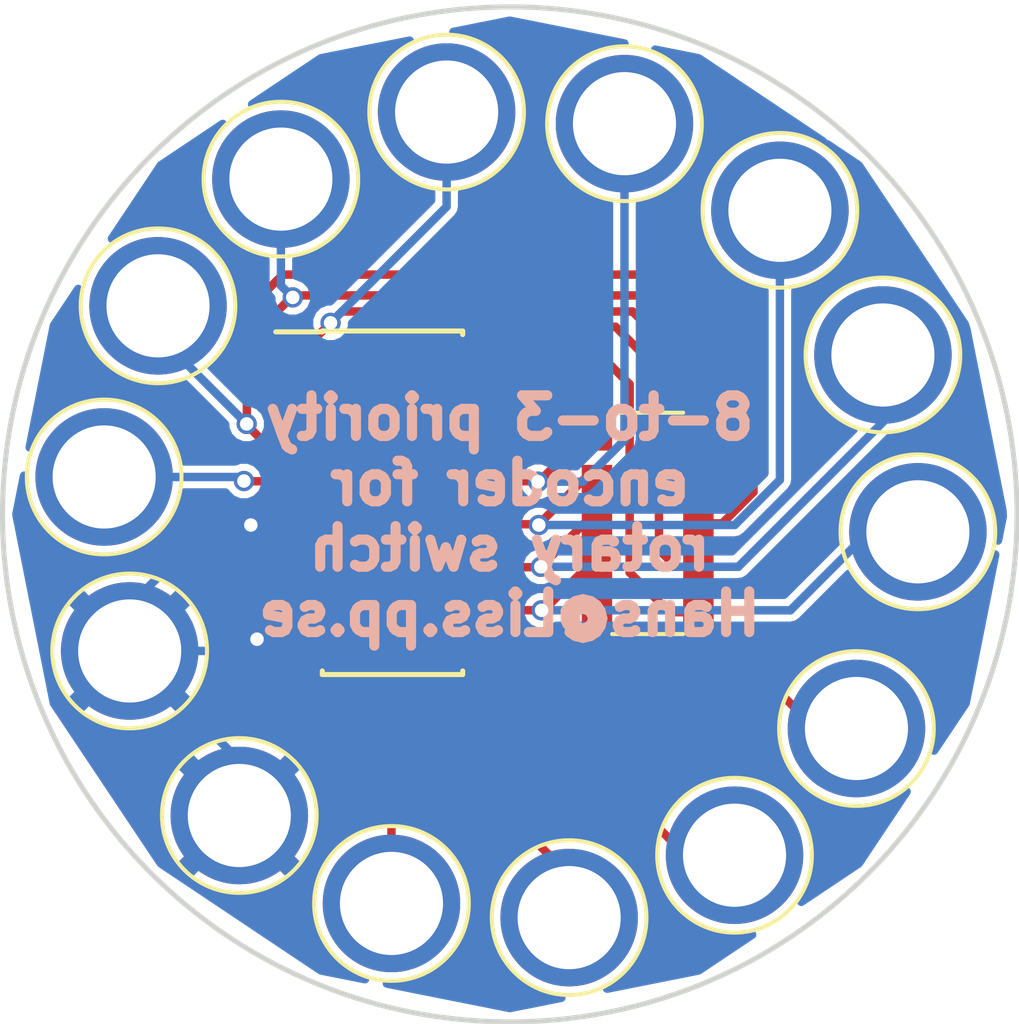
<source format=kicad_pcb>
(kicad_pcb (version 4) (host pcbnew 4.0.7)

  (general
    (links 24)
    (no_connects 0)
    (area 154.474563 68.597163 184.615437 98.738037)
    (thickness 1.6)
    (drawings 2)
    (tracks 120)
    (zones 0)
    (modules 16)
    (nets 16)
  )

  (page A4)
  (layers
    (0 F.Cu signal)
    (31 B.Cu signal)
    (32 B.Adhes user)
    (33 F.Adhes user)
    (34 B.Paste user)
    (35 F.Paste user)
    (36 B.SilkS user)
    (37 F.SilkS user)
    (38 B.Mask user)
    (39 F.Mask user)
    (40 Dwgs.User user)
    (41 Cmts.User user)
    (42 Eco1.User user)
    (43 Eco2.User user)
    (44 Edge.Cuts user)
    (45 Margin user)
    (46 B.CrtYd user)
    (47 F.CrtYd user)
    (48 B.Fab user)
    (49 F.Fab user)
  )

  (setup
    (last_trace_width 0.25)
    (trace_clearance 0.2)
    (zone_clearance 0.208)
    (zone_45_only no)
    (trace_min 0.2)
    (segment_width 0.2)
    (edge_width 0.15)
    (via_size 0.6)
    (via_drill 0.4)
    (via_min_size 0.4)
    (via_min_drill 0.3)
    (uvia_size 0.3)
    (uvia_drill 0.1)
    (uvias_allowed no)
    (uvia_min_size 0.2)
    (uvia_min_drill 0.1)
    (pcb_text_width 0.3)
    (pcb_text_size 1.5 1.5)
    (mod_edge_width 0.15)
    (mod_text_size 1 1)
    (mod_text_width 0.15)
    (pad_size 1.524 1.524)
    (pad_drill 0.762)
    (pad_to_mask_clearance 0.2)
    (aux_axis_origin 0 0)
    (visible_elements FFFFFF7F)
    (pcbplotparams
      (layerselection 0x010f0_80000001)
      (usegerberextensions false)
      (excludeedgelayer true)
      (linewidth 0.100000)
      (plotframeref false)
      (viasonmask false)
      (mode 1)
      (useauxorigin false)
      (hpglpennumber 1)
      (hpglpenspeed 20)
      (hpglpendiameter 15)
      (hpglpenoverlay 2)
      (psnegative false)
      (psa4output false)
      (plotreference true)
      (plotvalue true)
      (plotinvisibletext false)
      (padsonsilk false)
      (subtractmaskfromsilk false)
      (outputformat 1)
      (mirror false)
      (drillshape 0)
      (scaleselection 1)
      (outputdirectory Gerber/))
  )

  (net 0 "")
  (net 1 /~I1)
  (net 2 /~I2)
  (net 3 /~I3)
  (net 4 /~I4)
  (net 5 /~I5)
  (net 6 /~I6)
  (net 7 /~I7)
  (net 8 /~I8)
  (net 9 GND)
  (net 10 "Net-(J10-Pad1)")
  (net 11 "Net-(J11-Pad1)")
  (net 12 "Net-(J12-Pad1)")
  (net 13 VCC)
  (net 14 "Net-(U1-Pad14)")
  (net 15 "Net-(U1-Pad15)")

  (net_class Default "This is the default net class."
    (clearance 0.2)
    (trace_width 0.25)
    (via_dia 0.6)
    (via_drill 0.4)
    (uvia_dia 0.3)
    (uvia_drill 0.1)
    (add_net /~I1)
    (add_net /~I2)
    (add_net /~I3)
    (add_net /~I4)
    (add_net /~I5)
    (add_net /~I6)
    (add_net /~I7)
    (add_net /~I8)
    (add_net GND)
    (add_net "Net-(J10-Pad1)")
    (add_net "Net-(J11-Pad1)")
    (add_net "Net-(J12-Pad1)")
    (add_net "Net-(U1-Pad14)")
    (add_net "Net-(U1-Pad15)")
    (add_net VCC)
  )

  (module Connectors:1pin (layer F.Cu) (tedit 5B3E1B7D) (tstamp 5B3E14C8)
    (at 157.55366 82.5627)
    (descr "module 1 pin (ou trou mecanique de percage)")
    (tags DEV)
    (path /5B3E0C09)
    (fp_text reference "" (at 0 -3.048) (layer F.SilkS)
      (effects (font (size 1 1) (thickness 0.15)))
    )
    (fp_text value ~I1 (at 3.52044 1.14554) (layer F.Fab)
      (effects (font (size 1 1) (thickness 0.15)))
    )
    (fp_circle (center 0 0) (end 2 0.8) (layer F.Fab) (width 0.1))
    (fp_circle (center 0 0) (end 2.6 0) (layer F.CrtYd) (width 0.05))
    (fp_circle (center 0 0) (end 0 -2.286) (layer F.SilkS) (width 0.12))
    (pad 1 thru_hole circle (at 0 0) (size 4.064 4.064) (drill 3.048) (layers *.Cu *.Mask)
      (net 1 /~I1))
  )

  (module Connectors:1pin (layer F.Cu) (tedit 5B3E1B79) (tstamp 5B3E14CD)
    (at 159.14624 77.50556)
    (descr "module 1 pin (ou trou mecanique de percage)")
    (tags DEV)
    (path /5B3E0BE2)
    (fp_text reference "" (at 0 -3.048) (layer F.SilkS)
      (effects (font (size 1 1) (thickness 0.15)))
    )
    (fp_text value ~I2 (at 2.34696 2.84988) (layer F.Fab)
      (effects (font (size 1 1) (thickness 0.15)))
    )
    (fp_circle (center 0 0) (end 2 0.8) (layer F.Fab) (width 0.1))
    (fp_circle (center 0 0) (end 2.6 0) (layer F.CrtYd) (width 0.05))
    (fp_circle (center 0 0) (end 0 -2.286) (layer F.SilkS) (width 0.12))
    (pad 1 thru_hole circle (at 0 0) (size 4.064 4.064) (drill 3.048) (layers *.Cu *.Mask)
      (net 2 /~I2))
  )

  (module Connectors:1pin (layer F.Cu) (tedit 5B3E1B80) (tstamp 5B3E14D2)
    (at 162.77844 73.7616)
    (descr "module 1 pin (ou trou mecanique de percage)")
    (tags DEV)
    (path /5B3E0A47)
    (fp_text reference "" (at 0 -3.048) (layer F.SilkS)
      (effects (font (size 1 1) (thickness 0.15)))
    )
    (fp_text value ~I3 (at 1.9558 3.12928) (layer F.Fab)
      (effects (font (size 1 1) (thickness 0.15)))
    )
    (fp_circle (center 0 0) (end 2 0.8) (layer F.Fab) (width 0.1))
    (fp_circle (center 0 0) (end 2.6 0) (layer F.CrtYd) (width 0.05))
    (fp_circle (center 0 0) (end 0 -2.286) (layer F.SilkS) (width 0.12))
    (pad 1 thru_hole circle (at 0 0) (size 4.064 4.064) (drill 3.048) (layers *.Cu *.Mask)
      (net 3 /~I3))
  )

  (module Connectors:1pin (layer F.Cu) (tedit 5B3E1B84) (tstamp 5B3E14D7)
    (at 167.6781 71.7804)
    (descr "module 1 pin (ou trou mecanique de percage)")
    (tags DEV)
    (path /5B3E0A24)
    (fp_text reference "" (at 0 -3.048) (layer F.SilkS)
      (effects (font (size 1 1) (thickness 0.15)))
    )
    (fp_text value ~I4 (at 0.60452 3.7973) (layer F.Fab)
      (effects (font (size 1 1) (thickness 0.15)))
    )
    (fp_circle (center 0 0) (end 2 0.8) (layer F.Fab) (width 0.1))
    (fp_circle (center 0 0) (end 2.6 0) (layer F.CrtYd) (width 0.05))
    (fp_circle (center 0 0) (end 0 -2.286) (layer F.SilkS) (width 0.12))
    (pad 1 thru_hole circle (at 0 0) (size 4.064 4.064) (drill 3.048) (layers *.Cu *.Mask)
      (net 4 /~I4))
  )

  (module Connectors:1pin (layer F.Cu) (tedit 5B3E1B39) (tstamp 5B3E14DC)
    (at 172.9359 72.1233)
    (descr "module 1 pin (ou trou mecanique de percage)")
    (tags DEV)
    (path /5B3E09FD)
    (fp_text reference "" (at 0 -3.048) (layer F.SilkS)
      (effects (font (size 1 1) (thickness 0.15)))
    )
    (fp_text value ~I5 (at -0.74168 3.62204) (layer F.Fab)
      (effects (font (size 1 1) (thickness 0.15)))
    )
    (fp_circle (center 0 0) (end 2 0.8) (layer F.Fab) (width 0.1))
    (fp_circle (center 0 0) (end 2.6 0) (layer F.CrtYd) (width 0.05))
    (fp_circle (center 0 0) (end 0 -2.286) (layer F.SilkS) (width 0.12))
    (pad 1 thru_hole circle (at 0 0) (size 4.064 4.064) (drill 3.048) (layers *.Cu *.Mask)
      (net 5 /~I5))
  )

  (module Connectors:1pin (layer F.Cu) (tedit 5B3E1B3E) (tstamp 5B3E14E1)
    (at 177.53076 74.68362)
    (descr "module 1 pin (ou trou mecanique de percage)")
    (tags DEV)
    (path /5B3E09D6)
    (fp_text reference "" (at 0 -3.048) (layer F.SilkS)
      (effects (font (size 1 1) (thickness 0.15)))
    )
    (fp_text value ~I6 (at -1.9558 3.26898) (layer F.Fab)
      (effects (font (size 1 1) (thickness 0.15)))
    )
    (fp_circle (center 0 0) (end 2 0.8) (layer F.Fab) (width 0.1))
    (fp_circle (center 0 0) (end 2.6 0) (layer F.CrtYd) (width 0.05))
    (fp_circle (center 0 0) (end 0 -2.286) (layer F.SilkS) (width 0.12))
    (pad 1 thru_hole circle (at 0 0) (size 4.064 4.064) (drill 3.048) (layers *.Cu *.Mask)
      (net 6 /~I6))
  )

  (module Connectors:1pin (layer F.Cu) (tedit 5B3E1B44) (tstamp 5B3E14E6)
    (at 180.57622 78.95844)
    (descr "module 1 pin (ou trou mecanique de percage)")
    (tags DEV)
    (path /5B3E09AF)
    (fp_text reference "" (at 0 -3.048) (layer F.SilkS)
      (effects (font (size 1 1) (thickness 0.15)))
    )
    (fp_text value ~I7 (at -2.98958 2.40284) (layer F.Fab)
      (effects (font (size 1 1) (thickness 0.15)))
    )
    (fp_circle (center 0 0) (end 2 0.8) (layer F.Fab) (width 0.1))
    (fp_circle (center 0 0) (end 2.6 0) (layer F.CrtYd) (width 0.05))
    (fp_circle (center 0 0) (end 0 -2.286) (layer F.SilkS) (width 0.12))
    (pad 1 thru_hole circle (at 0 0) (size 4.064 4.064) (drill 3.048) (layers *.Cu *.Mask)
      (net 7 /~I7))
  )

  (module Connectors:1pin (layer F.Cu) (tedit 5B3E1B48) (tstamp 5B3E14EB)
    (at 181.61 84.18322)
    (descr "module 1 pin (ou trou mecanique de percage)")
    (tags DEV)
    (path /5B3E0986)
    (fp_text reference "" (at 0 -3.048) (layer F.SilkS)
      (effects (font (size 1 1) (thickness 0.15)))
    )
    (fp_text value ~I8 (at -3.54838 0.94996) (layer F.Fab)
      (effects (font (size 1 1) (thickness 0.15)))
    )
    (fp_circle (center 0 0) (end 2 0.8) (layer F.Fab) (width 0.1))
    (fp_circle (center 0 0) (end 2.6 0) (layer F.CrtYd) (width 0.05))
    (fp_circle (center 0 0) (end 0 -2.286) (layer F.SilkS) (width 0.12))
    (pad 1 thru_hole circle (at 0 0) (size 4.064 4.064) (drill 3.048) (layers *.Cu *.Mask)
      (net 8 /~I8))
  )

  (module Connectors:1pin (layer F.Cu) (tedit 5B3E1AAB) (tstamp 5B3E14F0)
    (at 161.54908 92.56522)
    (descr "module 1 pin (ou trou mecanique de percage)")
    (tags DEV)
    (path /5B3E0E24)
    (fp_text reference "" (at 0 -3.048) (layer F.SilkS)
      (effects (font (size 1 1) (thickness 0.15)))
    )
    (fp_text value ~GND (at 2.84988 -2.59842) (layer F.Fab)
      (effects (font (size 1 1) (thickness 0.15)))
    )
    (fp_circle (center 0 0) (end 2 0.8) (layer F.Fab) (width 0.1))
    (fp_circle (center 0 0) (end 2.6 0) (layer F.CrtYd) (width 0.05))
    (fp_circle (center 0 0) (end 0 -2.286) (layer F.SilkS) (width 0.12))
    (pad 1 thru_hole circle (at 0 0) (size 4.064 4.064) (drill 3.048) (layers *.Cu *.Mask)
      (net 9 GND))
  )

  (module Connectors:1pin (layer F.Cu) (tedit 5B3E1B53) (tstamp 5B3E14F5)
    (at 176.18964 93.7387)
    (descr "module 1 pin (ou trou mecanique de percage)")
    (tags DEV)
    (path /5B3E0E4D)
    (fp_text reference "" (at 0 -3.048) (layer F.SilkS)
      (effects (font (size 1 1) (thickness 0.15)))
    )
    (fp_text value O0 (at -1.87198 -2.98958) (layer F.Fab)
      (effects (font (size 1 1) (thickness 0.15)))
    )
    (fp_circle (center 0 0) (end 2 0.8) (layer F.Fab) (width 0.1))
    (fp_circle (center 0 0) (end 2.6 0) (layer F.CrtYd) (width 0.05))
    (fp_circle (center 0 0) (end 0 -2.286) (layer F.SilkS) (width 0.12))
    (pad 1 thru_hole circle (at 0 0) (size 4.064 4.064) (drill 3.048) (layers *.Cu *.Mask)
      (net 10 "Net-(J10-Pad1)"))
  )

  (module Connectors:1pin (layer F.Cu) (tedit 5B3E1B56) (tstamp 5B3E14FA)
    (at 171.30014 95.58274)
    (descr "module 1 pin (ou trou mecanique de percage)")
    (tags DEV)
    (path /5B3E0F66)
    (fp_text reference "" (at 0 -3.048) (layer F.SilkS)
      (effects (font (size 1 1) (thickness 0.15)))
    )
    (fp_text value O1 (at -0.05588 -3.40868) (layer F.Fab)
      (effects (font (size 1 1) (thickness 0.15)))
    )
    (fp_circle (center 0 0) (end 2 0.8) (layer F.Fab) (width 0.1))
    (fp_circle (center 0 0) (end 2.6 0) (layer F.CrtYd) (width 0.05))
    (fp_circle (center 0 0) (end 0 -2.286) (layer F.SilkS) (width 0.12))
    (pad 1 thru_hole circle (at 0 0) (size 4.064 4.064) (drill 3.048) (layers *.Cu *.Mask)
      (net 11 "Net-(J11-Pad1)"))
  )

  (module Connectors:1pin (layer F.Cu) (tedit 5B3E1B5C) (tstamp 5B3E14FF)
    (at 166.04742 95.16364)
    (descr "module 1 pin (ou trou mecanique de percage)")
    (tags DEV)
    (path /5B3E0FAF)
    (fp_text reference "" (at 0 -3.048) (layer F.SilkS)
      (effects (font (size 1 1) (thickness 0.15)))
    )
    (fp_text value O2 (at 0.36322 -3.29692) (layer F.Fab)
      (effects (font (size 1 1) (thickness 0.15)))
    )
    (fp_circle (center 0 0) (end 2 0.8) (layer F.Fab) (width 0.1))
    (fp_circle (center 0 0) (end 2.6 0) (layer F.CrtYd) (width 0.05))
    (fp_circle (center 0 0) (end 0 -2.286) (layer F.SilkS) (width 0.12))
    (pad 1 thru_hole circle (at 0 0) (size 4.064 4.064) (drill 3.048) (layers *.Cu *.Mask)
      (net 12 "Net-(J12-Pad1)"))
  )

  (module Connectors:1pin (layer F.Cu) (tedit 5B3E1B6F) (tstamp 5B3E1504)
    (at 158.30804 87.70366)
    (descr "module 1 pin (ou trou mecanique de percage)")
    (tags DEV)
    (path /5B3E0FE6)
    (fp_text reference "" (at 0 -3.048) (layer F.SilkS)
      (effects (font (size 1 1) (thickness 0.15)))
    )
    (fp_text value Gnd (at 2.6543 -2.57048) (layer F.Fab)
      (effects (font (size 1 1) (thickness 0.15)))
    )
    (fp_circle (center 0 0) (end 2 0.8) (layer F.Fab) (width 0.1))
    (fp_circle (center 0 0) (end 2.6 0) (layer F.CrtYd) (width 0.05))
    (fp_circle (center 0 0) (end 0 -2.286) (layer F.SilkS) (width 0.12))
    (pad 1 thru_hole circle (at 0 0) (size 4.064 4.064) (drill 3.048) (layers *.Cu *.Mask)
      (net 9 GND))
  )

  (module Connectors:1pin (layer F.Cu) (tedit 5B3E1B4F) (tstamp 5B3E1509)
    (at 179.7939 89.99474)
    (descr "module 1 pin (ou trou mecanique de percage)")
    (tags DEV)
    (path /5B3E1197)
    (fp_text reference "" (at 0 -3.048) (layer F.SilkS)
      (effects (font (size 1 1) (thickness 0.15)))
    )
    (fp_text value VCC (at -4.10718 -1.1176) (layer F.Fab)
      (effects (font (size 1 1) (thickness 0.15)))
    )
    (fp_circle (center 0 0) (end 2 0.8) (layer F.Fab) (width 0.1))
    (fp_circle (center 0 0) (end 2.6 0) (layer F.CrtYd) (width 0.05))
    (fp_circle (center 0 0) (end 0 -2.286) (layer F.SilkS) (width 0.12))
    (pad 1 thru_hole circle (at 0 0) (size 4.064 4.064) (drill 3.048) (layers *.Cu *.Mask)
      (net 13 VCC))
  )

  (module Resistors_SMD:R_Array_Convex_5x1206 (layer F.Cu) (tedit 5B3E1AE3) (tstamp 5B3E1517)
    (at 173.6217 83.9343 180)
    (descr "Chip Resistor Network, ROHM MNR35 (see mnr_g.pdf)")
    (tags "resistor array")
    (path /5B3E092E)
    (attr smd)
    (fp_text reference "" (at 0 -4.2 180) (layer F.SilkS)
      (effects (font (size 1 1) (thickness 0.15)))
    )
    (fp_text value 4k7 (at 0.00254 -0.10922 270) (layer F.Fab)
      (effects (font (size 1 1) (thickness 0.15)))
    )
    (fp_line (start -1.6 -3.2) (end 1.6 -3.2) (layer F.Fab) (width 0.1))
    (fp_line (start 1.6 -3.2) (end 1.6 3.2) (layer F.Fab) (width 0.1))
    (fp_line (start 1.6 3.2) (end -1.6 3.2) (layer F.Fab) (width 0.1))
    (fp_line (start -1.6 3.2) (end -1.6 -3.2) (layer F.Fab) (width 0.1))
    (fp_line (start 1.05 3.27) (end -1.05 3.27) (layer F.SilkS) (width 0.12))
    (fp_line (start 1.05 -3.27) (end -1.05 -3.27) (layer F.SilkS) (width 0.12))
    (fp_line (start -2.21 -3.45) (end 2.2 -3.45) (layer F.CrtYd) (width 0.05))
    (fp_line (start -2.21 -3.45) (end -2.21 3.45) (layer F.CrtYd) (width 0.05))
    (fp_line (start 2.2 3.45) (end 2.2 -3.45) (layer F.CrtYd) (width 0.05))
    (fp_line (start 2.2 3.45) (end -2.21 3.45) (layer F.CrtYd) (width 0.05))
    (pad 1 smd rect (at -1.5 -2.6 180) (size 0.9 0.9) (layers F.Cu F.Paste F.Mask)
      (net 13 VCC))
    (pad 5 smd rect (at -1.5 2.6 180) (size 0.9 0.9) (layers F.Cu F.Paste F.Mask)
      (net 4 /~I4))
    (pad 2 smd rect (at -1.5 -1.28 180) (size 0.9 0.9) (layers F.Cu F.Paste F.Mask)
      (net 1 /~I1))
    (pad 4 smd rect (at -1.5 1.28 180) (size 0.9 0.9) (layers F.Cu F.Paste F.Mask)
      (net 3 /~I3))
    (pad 3 smd rect (at -1.5 0 180) (size 0.9 0.9) (layers F.Cu F.Paste F.Mask)
      (net 2 /~I2))
    (pad 7 smd rect (at 1.5 1.28 180) (size 0.9 0.9) (layers F.Cu F.Paste F.Mask)
      (net 6 /~I6))
    (pad 10 smd rect (at 1.5 -2.6 180) (size 0.9 0.9) (layers F.Cu F.Paste F.Mask))
    (pad 6 smd rect (at 1.5 2.6 180) (size 0.9 0.9) (layers F.Cu F.Paste F.Mask)
      (net 5 /~I5))
    (pad 9 smd rect (at 1.5 -1.28 180) (size 0.9 0.9) (layers F.Cu F.Paste F.Mask)
      (net 8 /~I8))
    (pad 8 smd rect (at 1.5 0 180) (size 0.9 0.9) (layers F.Cu F.Paste F.Mask)
      (net 7 /~I7))
    (model ${KISYS3DMOD}/Resistors_SMD.3dshapes/R_Array_Convex_5x1206.wrl
      (at (xyz 0 0 0))
      (scale (xyz 1 1 1))
      (rotate (xyz 0 0 0))
    )
  )

  (module Housings_SOIC:SOIC-16_3.9x9.9mm_Pitch1.27mm (layer F.Cu) (tedit 5B3E1AC2) (tstamp 5B3E152B)
    (at 166.0779 83.3247)
    (descr "16-Lead Plastic Small Outline (SL) - Narrow, 3.90 mm Body [SOIC] (see Microchip Packaging Specification 00000049BS.pdf)")
    (tags "SOIC 1.27")
    (path /5B3E08E5)
    (attr smd)
    (fp_text reference "" (at 0 -6) (layer F.SilkS)
      (effects (font (size 1 1) (thickness 0.15)))
    )
    (fp_text value 74LS148 (at -0.03048 0.10414 90) (layer F.Fab)
      (effects (font (size 1 1) (thickness 0.15)))
    )
    (fp_text user %R (at 0 0) (layer F.Fab)
      (effects (font (size 0.9 0.9) (thickness 0.135)))
    )
    (fp_line (start -0.95 -4.95) (end 1.95 -4.95) (layer F.Fab) (width 0.15))
    (fp_line (start 1.95 -4.95) (end 1.95 4.95) (layer F.Fab) (width 0.15))
    (fp_line (start 1.95 4.95) (end -1.95 4.95) (layer F.Fab) (width 0.15))
    (fp_line (start -1.95 4.95) (end -1.95 -3.95) (layer F.Fab) (width 0.15))
    (fp_line (start -1.95 -3.95) (end -0.95 -4.95) (layer F.Fab) (width 0.15))
    (fp_line (start -3.7 -5.25) (end -3.7 5.25) (layer F.CrtYd) (width 0.05))
    (fp_line (start 3.7 -5.25) (end 3.7 5.25) (layer F.CrtYd) (width 0.05))
    (fp_line (start -3.7 -5.25) (end 3.7 -5.25) (layer F.CrtYd) (width 0.05))
    (fp_line (start -3.7 5.25) (end 3.7 5.25) (layer F.CrtYd) (width 0.05))
    (fp_line (start -2.075 -5.075) (end -2.075 -5.05) (layer F.SilkS) (width 0.15))
    (fp_line (start 2.075 -5.075) (end 2.075 -4.97) (layer F.SilkS) (width 0.15))
    (fp_line (start 2.075 5.075) (end 2.075 4.97) (layer F.SilkS) (width 0.15))
    (fp_line (start -2.075 5.075) (end -2.075 4.97) (layer F.SilkS) (width 0.15))
    (fp_line (start -2.075 -5.075) (end 2.075 -5.075) (layer F.SilkS) (width 0.15))
    (fp_line (start -2.075 5.075) (end 2.075 5.075) (layer F.SilkS) (width 0.15))
    (fp_line (start -2.075 -5.05) (end -3.45 -5.05) (layer F.SilkS) (width 0.15))
    (pad 1 smd rect (at -2.7 -4.445) (size 1.5 0.6) (layers F.Cu F.Paste F.Mask)
      (net 4 /~I4))
    (pad 2 smd rect (at -2.7 -3.175) (size 1.5 0.6) (layers F.Cu F.Paste F.Mask)
      (net 3 /~I3))
    (pad 3 smd rect (at -2.7 -1.905) (size 1.5 0.6) (layers F.Cu F.Paste F.Mask)
      (net 2 /~I2))
    (pad 4 smd rect (at -2.7 -0.635) (size 1.5 0.6) (layers F.Cu F.Paste F.Mask)
      (net 1 /~I1))
    (pad 5 smd rect (at -2.7 0.635) (size 1.5 0.6) (layers F.Cu F.Paste F.Mask)
      (net 9 GND))
    (pad 6 smd rect (at -2.7 1.905) (size 1.5 0.6) (layers F.Cu F.Paste F.Mask)
      (net 12 "Net-(J12-Pad1)"))
    (pad 7 smd rect (at -2.7 3.175) (size 1.5 0.6) (layers F.Cu F.Paste F.Mask)
      (net 11 "Net-(J11-Pad1)"))
    (pad 8 smd rect (at -2.7 4.445) (size 1.5 0.6) (layers F.Cu F.Paste F.Mask)
      (net 9 GND))
    (pad 9 smd rect (at 2.7 4.445) (size 1.5 0.6) (layers F.Cu F.Paste F.Mask)
      (net 10 "Net-(J10-Pad1)"))
    (pad 10 smd rect (at 2.7 3.175) (size 1.5 0.6) (layers F.Cu F.Paste F.Mask)
      (net 8 /~I8))
    (pad 11 smd rect (at 2.7 1.905) (size 1.5 0.6) (layers F.Cu F.Paste F.Mask)
      (net 7 /~I7))
    (pad 12 smd rect (at 2.7 0.635) (size 1.5 0.6) (layers F.Cu F.Paste F.Mask)
      (net 6 /~I6))
    (pad 13 smd rect (at 2.7 -0.635) (size 1.5 0.6) (layers F.Cu F.Paste F.Mask)
      (net 5 /~I5))
    (pad 14 smd rect (at 2.7 -1.905) (size 1.5 0.6) (layers F.Cu F.Paste F.Mask)
      (net 14 "Net-(U1-Pad14)"))
    (pad 15 smd rect (at 2.7 -3.175) (size 1.5 0.6) (layers F.Cu F.Paste F.Mask)
      (net 15 "Net-(U1-Pad15)"))
    (pad 16 smd rect (at 2.7 -4.445) (size 1.5 0.6) (layers F.Cu F.Paste F.Mask)
      (net 13 VCC))
    (model ${KISYS3DMOD}/Housings_SOIC.3dshapes/SOIC-16_3.9x9.9mm_Pitch1.27mm.wrl
      (at (xyz 0 0 0))
      (scale (xyz 1 1 1))
      (rotate (xyz 0 0 0))
    )
  )

  (gr_text "8-to-3 priority\nencoder for\nrotary switch\nHans@Liss.pp.se" (at 169.53992 83.70824) (layer B.SilkS)
    (effects (font (size 1.2 1.2) (thickness 0.3)) (justify mirror))
  )
  (gr_circle (center 169.545 83.6676) (end 180.6321 93.7641) (layer Edge.Cuts) (width 0.15))

  (segment (start 157.55366 82.5627) (end 161.56686 82.5627) (width 0.25) (layer B.Cu) (net 1))
  (segment (start 161.69386 82.6897) (end 163.3779 82.6897) (width 0.25) (layer F.Cu) (net 1) (tstamp 5B3E1CF2))
  (segment (start 161.68624 82.68208) (end 161.69386 82.6897) (width 0.25) (layer F.Cu) (net 1) (tstamp 5B3E1CF1))
  (via (at 161.68624 82.68208) (size 0.6) (drill 0.4) (layers F.Cu B.Cu) (net 1))
  (segment (start 161.56686 82.5627) (end 161.68624 82.68208) (width 0.25) (layer B.Cu) (net 1) (tstamp 5B3E1CEE))
  (segment (start 175.1217 85.2143) (end 174.45466 85.2143) (width 0.25) (layer F.Cu) (net 1))
  (segment (start 164.24402 82.6897) (end 163.3779 82.6897) (width 0.25) (layer F.Cu) (net 1) (tstamp 5B3E1C7A))
  (segment (start 164.846 82.08772) (end 164.24402 82.6897) (width 0.25) (layer F.Cu) (net 1) (tstamp 5B3E1C79))
  (segment (start 164.846 78.59522) (end 164.846 82.08772) (width 0.25) (layer F.Cu) (net 1) (tstamp 5B3E1C78))
  (segment (start 165.318018 78.123202) (end 164.846 78.59522) (width 0.25) (layer F.Cu) (net 1) (tstamp 5B3E1C77))
  (segment (start 172.6692 78.123202) (end 165.318018 78.123202) (width 0.25) (layer F.Cu) (net 1) (tstamp 5B3E1C75))
  (segment (start 173.95444 79.408442) (end 172.6692 78.123202) (width 0.25) (layer F.Cu) (net 1) (tstamp 5B3E1C73))
  (segment (start 173.95444 84.71408) (end 173.95444 79.408442) (width 0.25) (layer F.Cu) (net 1) (tstamp 5B3E1C72))
  (segment (start 174.45466 85.2143) (end 173.95444 84.71408) (width 0.25) (layer F.Cu) (net 1) (tstamp 5B3E1C71))
  (segment (start 159.14624 77.50556) (end 159.14624 78.37424) (width 0.25) (layer B.Cu) (net 2))
  (segment (start 159.14624 78.37424) (end 161.76752 80.99552) (width 0.25) (layer B.Cu) (net 2) (tstamp 5B3E1CE5))
  (via (at 161.76752 80.99552) (size 0.6) (drill 0.4) (layers F.Cu B.Cu) (net 2))
  (segment (start 161.76752 80.99552) (end 161.7726 81.0006) (width 0.25) (layer F.Cu) (net 2) (tstamp 5B3E1CEA))
  (segment (start 161.7726 81.0006) (end 161.7726 81.026) (width 0.25) (layer F.Cu) (net 2) (tstamp 5B3E1CEB))
  (segment (start 175.1217 83.9343) (end 175.82388 83.9343) (width 0.25) (layer F.Cu) (net 2))
  (segment (start 162.1663 81.4197) (end 163.3779 81.4197) (width 0.25) (layer F.Cu) (net 2) (tstamp 5B3E1C5A))
  (segment (start 161.7726 81.026) (end 162.1663 81.4197) (width 0.25) (layer F.Cu) (net 2) (tstamp 5B3E1C59))
  (segment (start 161.7726 77.64526) (end 161.7726 81.026) (width 0.25) (layer F.Cu) (net 2) (tstamp 5B3E1C57))
  (segment (start 162.83432 76.58354) (end 161.7726 77.64526) (width 0.25) (layer F.Cu) (net 2) (tstamp 5B3E1C56))
  (segment (start 173.73092 76.58354) (end 162.83432 76.58354) (width 0.25) (layer F.Cu) (net 2) (tstamp 5B3E1C54))
  (segment (start 176.74844 79.60106) (end 173.73092 76.58354) (width 0.25) (layer F.Cu) (net 2) (tstamp 5B3E1C52))
  (segment (start 176.74844 83.00974) (end 176.74844 79.60106) (width 0.25) (layer F.Cu) (net 2) (tstamp 5B3E1C51))
  (segment (start 175.82388 83.9343) (end 176.74844 83.00974) (width 0.25) (layer F.Cu) (net 2) (tstamp 5B3E1C50))
  (segment (start 162.77844 73.7616) (end 162.77844 76.90612) (width 0.25) (layer B.Cu) (net 3))
  (segment (start 163.14166 77.24394) (end 163.14166 77.19822) (width 0.25) (layer F.Cu) (net 3) (tstamp 5B3E1CE2))
  (segment (start 163.12896 77.25664) (end 163.14166 77.24394) (width 0.25) (layer F.Cu) (net 3) (tstamp 5B3E1CE1))
  (via (at 163.12896 77.25664) (size 0.6) (drill 0.4) (layers F.Cu B.Cu) (net 3))
  (segment (start 162.77844 76.90612) (end 163.12896 77.25664) (width 0.25) (layer B.Cu) (net 3) (tstamp 5B3E1CDC))
  (segment (start 175.1217 82.6543) (end 175.56718 82.6543) (width 0.25) (layer F.Cu) (net 3))
  (segment (start 175.56718 82.6543) (end 176.04994 82.17154) (width 0.25) (layer F.Cu) (net 3) (tstamp 5B3E1C43))
  (segment (start 176.04994 82.17154) (end 176.04994 79.74076) (width 0.25) (layer F.Cu) (net 3) (tstamp 5B3E1C44))
  (segment (start 176.04994 79.74076) (end 173.5074 77.19822) (width 0.25) (layer F.Cu) (net 3) (tstamp 5B3E1C45))
  (segment (start 173.5074 77.19822) (end 163.14166 77.19822) (width 0.25) (layer F.Cu) (net 3) (tstamp 5B3E1C47))
  (segment (start 163.14166 77.19822) (end 162.24758 78.0923) (width 0.25) (layer F.Cu) (net 3) (tstamp 5B3E1C49))
  (segment (start 162.24758 78.0923) (end 162.24758 80.07604) (width 0.25) (layer F.Cu) (net 3) (tstamp 5B3E1C4B))
  (segment (start 162.24758 80.07604) (end 162.32124 80.1497) (width 0.25) (layer F.Cu) (net 3) (tstamp 5B3E1C4C))
  (segment (start 162.32124 80.1497) (end 163.3779 80.1497) (width 0.25) (layer F.Cu) (net 3) (tstamp 5B3E1C4D))
  (segment (start 167.6781 71.7804) (end 167.6781 74.57694) (width 0.25) (layer B.Cu) (net 4))
  (via (at 164.24656 78.00848) (size 0.6) (drill 0.4) (layers F.Cu B.Cu) (net 4))
  (segment (start 167.6781 74.57694) (end 164.24656 78.00848) (width 0.25) (layer B.Cu) (net 4) (tstamp 5B3E1CCC))
  (segment (start 164.24656 78.00848) (end 164.24784 78.00976) (width 0.25) (layer F.Cu) (net 4) (tstamp 5B3E1CD1))
  (segment (start 164.24784 78.00976) (end 164.24656 78.00848) (width 0.25) (layer F.Cu) (net 4) (tstamp 5B3E1CD2))
  (segment (start 164.24656 78.00848) (end 164.24656 78.01104) (width 0.25) (layer F.Cu) (net 4) (tstamp 5B3E1CD4))
  (segment (start 175.1217 81.3343) (end 175.1217 79.62278) (width 0.25) (layer F.Cu) (net 4))
  (segment (start 164.5844 77.6732) (end 164.24656 78.01104) (width 0.25) (layer F.Cu) (net 4) (tstamp 5B3E1C3F))
  (segment (start 164.24656 78.01104) (end 163.3779 78.8797) (width 0.25) (layer F.Cu) (net 4) (tstamp 5B3E1CD5))
  (segment (start 173.17212 77.6732) (end 164.5844 77.6732) (width 0.25) (layer F.Cu) (net 4) (tstamp 5B3E1C3D))
  (segment (start 175.1217 79.62278) (end 173.17212 77.6732) (width 0.25) (layer F.Cu) (net 4) (tstamp 5B3E1C3B))
  (segment (start 172.9359 72.1233) (end 172.9359 81.4705) (width 0.25) (layer B.Cu) (net 5))
  (segment (start 170.3959 82.6897) (end 170.41876 82.6897) (width 0.25) (layer F.Cu) (net 5) (tstamp 5B3E1CC7))
  (segment (start 170.3832 82.7024) (end 170.3959 82.6897) (width 0.25) (layer F.Cu) (net 5) (tstamp 5B3E1CC6))
  (via (at 170.3832 82.7024) (size 0.6) (drill 0.4) (layers F.Cu B.Cu) (net 5))
  (segment (start 171.704 82.7024) (end 170.3832 82.7024) (width 0.25) (layer B.Cu) (net 5) (tstamp 5B3E1CC3))
  (segment (start 172.9359 81.4705) (end 171.704 82.7024) (width 0.25) (layer B.Cu) (net 5) (tstamp 5B3E1CC1))
  (segment (start 172.1217 81.3343) (end 171.77416 81.3343) (width 0.25) (layer F.Cu) (net 5))
  (segment (start 171.77416 81.3343) (end 170.41876 82.6897) (width 0.25) (layer F.Cu) (net 5) (tstamp 5B3E1C5D))
  (segment (start 170.41876 82.6897) (end 168.7779 82.6897) (width 0.25) (layer F.Cu) (net 5) (tstamp 5B3E1C5E))
  (segment (start 177.53076 74.68362) (end 177.53076 82.64652) (width 0.25) (layer B.Cu) (net 6))
  (segment (start 170.40606 83.98002) (end 170.40606 83.9597) (width 0.25) (layer F.Cu) (net 6) (tstamp 5B3E1CBE))
  (segment (start 170.40352 83.98256) (end 170.40606 83.98002) (width 0.25) (layer F.Cu) (net 6) (tstamp 5B3E1CBD))
  (via (at 170.40352 83.98256) (size 0.6) (drill 0.4) (layers F.Cu B.Cu) (net 6))
  (segment (start 176.19472 83.98256) (end 170.40352 83.98256) (width 0.25) (layer B.Cu) (net 6) (tstamp 5B3E1CBA))
  (segment (start 177.53076 82.64652) (end 176.19472 83.98256) (width 0.25) (layer B.Cu) (net 6) (tstamp 5B3E1CB8))
  (segment (start 172.1217 82.6543) (end 171.71146 82.6543) (width 0.25) (layer F.Cu) (net 6))
  (segment (start 171.71146 82.6543) (end 170.40606 83.9597) (width 0.25) (layer F.Cu) (net 6) (tstamp 5B3E1C62))
  (segment (start 170.40606 83.9597) (end 168.7779 83.9597) (width 0.25) (layer F.Cu) (net 6) (tstamp 5B3E1C63))
  (segment (start 180.57622 78.95844) (end 180.57622 80.94218) (width 0.25) (layer B.Cu) (net 7))
  (segment (start 180.57622 80.94218) (end 176.3014 85.217) (width 0.25) (layer B.Cu) (net 7) (tstamp 5B3E1CA4))
  (segment (start 176.3014 85.217) (end 170.46194 85.217) (width 0.25) (layer B.Cu) (net 7) (tstamp 5B3E1CA6))
  (via (at 170.46194 85.217) (size 0.6) (drill 0.4) (layers F.Cu B.Cu) (net 7))
  (segment (start 170.46194 85.217) (end 170.44924 85.2297) (width 0.25) (layer F.Cu) (net 7) (tstamp 5B3E1CA9))
  (segment (start 172.1217 83.9343) (end 171.74464 83.9343) (width 0.25) (layer F.Cu) (net 7))
  (segment (start 171.74464 83.9343) (end 170.44924 85.2297) (width 0.25) (layer F.Cu) (net 7) (tstamp 5B3E1C67))
  (segment (start 170.44924 85.2297) (end 168.7779 85.2297) (width 0.25) (layer F.Cu) (net 7) (tstamp 5B3E1C68))
  (segment (start 181.61 84.18322) (end 180.15966 84.18322) (width 0.25) (layer B.Cu) (net 8))
  (segment (start 180.15966 84.18322) (end 177.84064 86.50224) (width 0.25) (layer B.Cu) (net 8) (tstamp 5B3E1CAE))
  (segment (start 177.84064 86.50224) (end 170.4848 86.50224) (width 0.25) (layer B.Cu) (net 8) (tstamp 5B3E1CB0))
  (via (at 170.4848 86.50224) (size 0.6) (drill 0.4) (layers F.Cu B.Cu) (net 8))
  (segment (start 170.4848 86.50224) (end 170.48734 86.4997) (width 0.25) (layer F.Cu) (net 8) (tstamp 5B3E1CB3))
  (segment (start 170.48734 86.4997) (end 170.5483 86.4997) (width 0.25) (layer F.Cu) (net 8) (tstamp 5B3E1CB4))
  (segment (start 172.1217 85.2143) (end 171.8337 85.2143) (width 0.25) (layer F.Cu) (net 8))
  (segment (start 171.8337 85.2143) (end 170.5483 86.4997) (width 0.25) (layer F.Cu) (net 8) (tstamp 5B3E1C6C))
  (segment (start 170.5483 86.4997) (end 168.7779 86.4997) (width 0.25) (layer F.Cu) (net 8) (tstamp 5B3E1C6D))
  (segment (start 158.30804 87.70366) (end 161.72434 87.70366) (width 0.25) (layer B.Cu) (net 9) (status 400000))
  (segment (start 162.48634 87.7697) (end 163.3779 87.7697) (width 0.25) (layer F.Cu) (net 9) (tstamp 5B3E1D2C) (status 800000))
  (segment (start 162.07232 87.35568) (end 162.48634 87.7697) (width 0.25) (layer F.Cu) (net 9) (tstamp 5B3E1D2B))
  (via (at 162.07232 87.35568) (size 0.6) (drill 0.4) (layers F.Cu B.Cu) (net 9))
  (segment (start 161.72434 87.70366) (end 162.07232 87.35568) (width 0.25) (layer B.Cu) (net 9) (tstamp 5B3E1D24))
  (segment (start 161.54908 92.56522) (end 161.54908 90.9447) (width 0.25) (layer B.Cu) (net 9) (status C00000))
  (segment (start 161.54908 90.9447) (end 158.30804 87.70366) (width 0.25) (layer B.Cu) (net 9) (tstamp 5B3E1D0A) (status C00000))
  (segment (start 158.30804 87.70366) (end 158.30804 86.36508) (width 0.25) (layer B.Cu) (net 9) (tstamp 5B3E1D0C) (status C00000))
  (segment (start 158.30804 86.36508) (end 160.69056 83.98256) (width 0.25) (layer B.Cu) (net 9) (tstamp 5B3E1D0E) (status 400000))
  (segment (start 160.69056 83.98256) (end 161.88944 83.98256) (width 0.25) (layer B.Cu) (net 9) (tstamp 5B3E1D13))
  (via (at 161.88944 83.98256) (size 0.6) (drill 0.4) (layers F.Cu B.Cu) (net 9))
  (segment (start 161.88944 83.98256) (end 161.9123 83.9597) (width 0.25) (layer F.Cu) (net 9) (tstamp 5B3E1D19))
  (segment (start 161.9123 83.9597) (end 163.3779 83.9597) (width 0.25) (layer F.Cu) (net 9) (tstamp 5B3E1D1A) (status 800000))
  (segment (start 176.18964 93.7387) (end 174.7469 93.7387) (width 0.25) (layer F.Cu) (net 10))
  (segment (start 174.7469 93.7387) (end 168.7779 87.7697) (width 0.25) (layer F.Cu) (net 10) (tstamp 5B3E1C8D))
  (segment (start 171.30014 95.58274) (end 171.30014 94.32544) (width 0.25) (layer F.Cu) (net 11))
  (segment (start 171.30014 94.32544) (end 165.20922 88.23452) (width 0.25) (layer F.Cu) (net 11) (tstamp 5B3E1C85))
  (segment (start 165.20922 88.23452) (end 165.20922 86.8934) (width 0.25) (layer F.Cu) (net 11) (tstamp 5B3E1C87))
  (segment (start 165.20922 86.8934) (end 164.81552 86.4997) (width 0.25) (layer F.Cu) (net 11) (tstamp 5B3E1C89))
  (segment (start 164.81552 86.4997) (end 163.3779 86.4997) (width 0.25) (layer F.Cu) (net 11) (tstamp 5B3E1C8A))
  (segment (start 166.04742 95.16364) (end 166.04742 92.73286) (width 0.25) (layer F.Cu) (net 12))
  (segment (start 162.179 85.2297) (end 163.3779 85.2297) (width 0.25) (layer F.Cu) (net 12) (tstamp 5B3E1C82))
  (segment (start 161.24174 86.16696) (end 162.179 85.2297) (width 0.25) (layer F.Cu) (net 12) (tstamp 5B3E1C81))
  (segment (start 161.24174 87.92718) (end 161.24174 86.16696) (width 0.25) (layer F.Cu) (net 12) (tstamp 5B3E1C7F))
  (segment (start 166.04742 92.73286) (end 161.24174 87.92718) (width 0.25) (layer F.Cu) (net 12) (tstamp 5B3E1C7D))
  (segment (start 179.7939 89.99474) (end 178.58214 89.99474) (width 0.25) (layer F.Cu) (net 13))
  (segment (start 178.58214 89.99474) (end 175.14552 86.55812) (width 0.25) (layer F.Cu) (net 13) (tstamp 5B3E1C91))
  (segment (start 175.14552 86.55812) (end 174.26178 86.55812) (width 0.25) (layer F.Cu) (net 13) (tstamp 5B3E1C93))
  (segment (start 174.26178 86.55812) (end 173.0883 85.38464) (width 0.25) (layer F.Cu) (net 13) (tstamp 5B3E1C95))
  (segment (start 173.0883 85.38464) (end 173.0883 79.82458) (width 0.25) (layer F.Cu) (net 13) (tstamp 5B3E1C96))
  (segment (start 173.0883 79.82458) (end 172.14342 78.8797) (width 0.25) (layer F.Cu) (net 13) (tstamp 5B3E1C98))
  (segment (start 172.14342 78.8797) (end 168.7779 78.8797) (width 0.25) (layer F.Cu) (net 13) (tstamp 5B3E1C99))

  (zone (net 9) (net_name GND) (layer B.Cu) (tstamp 5B3E1D41) (hatch edge 0.508)
    (connect_pads (clearance 0.208))
    (min_thickness 0.254)
    (fill yes (arc_segments 16) (thermal_gap 0.208) (thermal_bridge_width 0.608))
    (polygon
      (pts
        (xy 173.89856 69.48678) (xy 176.49698 70.63232) (xy 179.62626 72.89546) (xy 181.49824 74.93508) (xy 183.06288 77.84084)
        (xy 184.09666 81.13776) (xy 184.29224 84.54644) (xy 183.95696 87.0331) (xy 183.23052 89.29624) (xy 181.8894 91.81084)
        (xy 180.0733 94.0181) (xy 177.50282 96.19742) (xy 174.42942 97.62236) (xy 171.66336 98.3488) (xy 168.53408 98.46056)
        (xy 165.01364 97.84588) (xy 162.16376 96.56064) (xy 159.50946 94.60484) (xy 157.3022 92.03436) (xy 155.59786 88.76538)
        (xy 154.89936 85.80374) (xy 154.7876 82.11566) (xy 155.40228 78.98638) (xy 156.68752 76.19238) (xy 158.75508 73.42632)
        (xy 160.99028 71.55434) (xy 164.0078 69.87794) (xy 167.13708 69.0118) (xy 170.434 68.84416) (xy 173.87062 69.45884)
      )
    )
    (filled_polygon
      (pts
        (xy 172.934099 69.756298) (xy 172.46714 69.75589) (xy 171.596854 70.115485) (xy 170.930425 70.780752) (xy 170.569312 71.650409)
        (xy 170.56849 72.59206) (xy 170.928085 73.462346) (xy 171.593352 74.128775) (xy 172.463009 74.489888) (xy 172.4759 74.489899)
        (xy 172.4759 81.279962) (xy 171.513462 82.2424) (xy 170.821244 82.2424) (xy 170.743368 82.164387) (xy 170.510063 82.067511)
        (xy 170.257445 82.06729) (xy 170.023972 82.16376) (xy 169.845187 82.342232) (xy 169.748311 82.575537) (xy 169.74809 82.828155)
        (xy 169.84456 83.061628) (xy 170.023032 83.240413) (xy 170.256337 83.337289) (xy 170.508955 83.33751) (xy 170.742428 83.24104)
        (xy 170.821206 83.1624) (xy 171.704 83.1624) (xy 171.880035 83.127385) (xy 172.029269 83.027669) (xy 173.261169 81.795769)
        (xy 173.360885 81.646535) (xy 173.3959 81.4705) (xy 173.3959 74.490702) (xy 173.40466 74.49071) (xy 174.274946 74.131115)
        (xy 174.941375 73.465848) (xy 175.302488 72.596191) (xy 175.30331 71.65454) (xy 174.943715 70.784254) (xy 174.278448 70.117825)
        (xy 173.84336 69.937161) (xy 175.126605 70.192414) (xy 178.80319 72.649029) (xy 178.003651 72.317032) (xy 177.062 72.31621)
        (xy 176.191714 72.675805) (xy 175.525285 73.341072) (xy 175.164172 74.210729) (xy 175.16335 75.15238) (xy 175.522945 76.022666)
        (xy 176.188212 76.689095) (xy 177.057869 77.050208) (xy 177.07076 77.050219) (xy 177.07076 82.455982) (xy 176.004182 83.52256)
        (xy 170.841564 83.52256) (xy 170.763688 83.444547) (xy 170.530383 83.347671) (xy 170.277765 83.34745) (xy 170.044292 83.44392)
        (xy 169.865507 83.622392) (xy 169.768631 83.855697) (xy 169.76841 84.108315) (xy 169.86488 84.341788) (xy 170.043352 84.520573)
        (xy 170.263424 84.611954) (xy 170.102712 84.67836) (xy 169.923927 84.856832) (xy 169.827051 85.090137) (xy 169.82683 85.342755)
        (xy 169.9233 85.576228) (xy 170.101772 85.755013) (xy 170.335077 85.851889) (xy 170.587695 85.85211) (xy 170.821168 85.75564)
        (xy 170.899946 85.677) (xy 176.3014 85.677) (xy 176.477435 85.641985) (xy 176.626669 85.542269) (xy 180.843264 81.325674)
        (xy 181.04498 81.32585) (xy 181.915266 80.966255) (xy 182.581695 80.300988) (xy 182.942808 79.431331) (xy 182.94363 78.48968)
        (xy 182.584035 77.619394) (xy 181.918768 76.952965) (xy 181.049111 76.591852) (xy 180.10746 76.59103) (xy 179.237174 76.950625)
        (xy 178.570745 77.615892) (xy 178.209632 78.485549) (xy 178.20881 79.4272) (xy 178.568405 80.297486) (xy 179.233672 80.963915)
        (xy 179.707286 81.160576) (xy 176.110862 84.757) (xy 170.899984 84.757) (xy 170.822108 84.678987) (xy 170.602036 84.587606)
        (xy 170.762748 84.5212) (xy 170.841526 84.44256) (xy 176.19472 84.44256) (xy 176.370755 84.407545) (xy 176.519989 84.307829)
        (xy 177.856029 82.971789) (xy 177.955745 82.822555) (xy 177.99076 82.64652) (xy 177.99076 77.051022) (xy 177.99952 77.05103)
        (xy 178.869806 76.691435) (xy 179.536235 76.026168) (xy 179.897348 75.156511) (xy 179.89817 74.21486) (xy 179.538575 73.344574)
        (xy 178.926478 72.731408) (xy 179.858461 73.354139) (xy 182.994688 78.047835) (xy 183.043664 78.204028) (xy 184.108189 83.555758)
        (xy 184.11815 83.729365) (xy 183.976777 84.440098) (xy 183.97741 83.71446) (xy 183.617815 82.844174) (xy 182.952548 82.177745)
        (xy 182.082891 81.816632) (xy 181.14124 81.81581) (xy 180.270954 82.175405) (xy 179.604525 82.840672) (xy 179.243412 83.710329)
        (xy 179.242767 84.449575) (xy 177.650102 86.04224) (xy 170.922844 86.04224) (xy 170.844968 85.964227) (xy 170.611663 85.867351)
        (xy 170.359045 85.86713) (xy 170.125572 85.9636) (xy 169.946787 86.142072) (xy 169.849911 86.375377) (xy 169.84969 86.627995)
        (xy 169.94616 86.861468) (xy 170.124632 87.040253) (xy 170.357937 87.137129) (xy 170.610555 87.13735) (xy 170.844028 87.04088)
        (xy 170.922806 86.96224) (xy 177.84064 86.96224) (xy 178.016675 86.927225) (xy 178.165909 86.827509) (xy 179.563873 85.429545)
        (xy 179.602185 85.522266) (xy 180.267452 86.188695) (xy 181.137109 86.549808) (xy 182.07876 86.55063) (xy 182.949046 86.191035)
        (xy 183.615475 85.525768) (xy 183.894473 84.853866) (xy 183.020186 89.249205) (xy 182.085676 90.647798) (xy 182.160488 90.467631)
        (xy 182.16131 89.52598) (xy 181.801715 88.655694) (xy 181.136448 87.989265) (xy 180.266791 87.628152) (xy 179.32514 87.62733)
        (xy 178.454854 87.986925) (xy 177.788425 88.652192) (xy 177.427312 89.521849) (xy 177.42649 90.4635) (xy 177.786085 91.333786)
        (xy 178.451352 92.000215) (xy 179.321009 92.361328) (xy 180.26266 92.36215) (xy 181.132946 92.002555) (xy 181.275626 91.860124)
        (xy 179.858461 93.981061) (xy 178.161107 95.115197) (xy 178.195115 95.081248) (xy 178.556228 94.211591) (xy 178.55705 93.26994)
        (xy 178.197455 92.399654) (xy 177.532188 91.733225) (xy 176.662531 91.372112) (xy 175.72088 91.37129) (xy 174.850594 91.730885)
        (xy 174.184165 92.396152) (xy 173.823052 93.265809) (xy 173.82223 94.20746) (xy 174.181825 95.077746) (xy 174.847092 95.744175)
        (xy 175.716749 96.105288) (xy 176.6584 96.10611) (xy 176.710024 96.08478) (xy 175.126605 97.142786) (xy 172.419803 97.681202)
        (xy 172.639186 97.590555) (xy 173.305615 96.925288) (xy 173.666728 96.055631) (xy 173.66755 95.11398) (xy 173.307955 94.243694)
        (xy 172.642688 93.577265) (xy 171.773031 93.216152) (xy 170.83138 93.21533) (xy 169.961094 93.574925) (xy 169.294665 94.240192)
        (xy 168.933552 95.109849) (xy 168.93273 96.0515) (xy 169.292325 96.921786) (xy 169.957592 97.588215) (xy 170.827249 97.949328)
        (xy 171.070775 97.949541) (xy 169.545 98.253036) (xy 165.912682 97.530523) (xy 166.51618 97.53105) (xy 167.386466 97.171455)
        (xy 168.052895 96.506188) (xy 168.414008 95.636531) (xy 168.41483 94.69488) (xy 168.055235 93.824594) (xy 167.389968 93.158165)
        (xy 166.520311 92.797052) (xy 165.57866 92.79623) (xy 164.708374 93.155825) (xy 164.041945 93.821092) (xy 163.680832 94.690749)
        (xy 163.68001 95.6324) (xy 164.039605 96.502686) (xy 164.704872 97.169115) (xy 165.264958 97.401683) (xy 163.963395 97.142786)
        (xy 159.758116 94.332908) (xy 160.031708 94.332908) (xy 160.277552 94.616459) (xy 161.159316 94.94691) (xy 162.100419 94.914771)
        (xy 162.820608 94.616459) (xy 163.066452 94.332908) (xy 161.54908 92.815536) (xy 160.031708 94.332908) (xy 159.758116 94.332908)
        (xy 159.231539 93.981061) (xy 158.025073 92.175456) (xy 159.16739 92.175456) (xy 159.199529 93.116559) (xy 159.497841 93.836748)
        (xy 159.781392 94.082592) (xy 161.298764 92.56522) (xy 161.799396 92.56522) (xy 163.316768 94.082592) (xy 163.600319 93.836748)
        (xy 163.93077 92.954984) (xy 163.898631 92.013881) (xy 163.600319 91.293692) (xy 163.316768 91.047848) (xy 161.799396 92.56522)
        (xy 161.298764 92.56522) (xy 159.781392 91.047848) (xy 159.497841 91.293692) (xy 159.16739 92.175456) (xy 158.025073 92.175456)
        (xy 157.104374 90.797532) (xy 160.031708 90.797532) (xy 161.54908 92.314904) (xy 163.066452 90.797532) (xy 162.820608 90.513981)
        (xy 161.938844 90.18353) (xy 160.997741 90.215669) (xy 160.277552 90.513981) (xy 160.031708 90.797532) (xy 157.104374 90.797532)
        (xy 156.218246 89.471348) (xy 156.790668 89.471348) (xy 157.036512 89.754899) (xy 157.918276 90.08535) (xy 158.859379 90.053211)
        (xy 159.579568 89.754899) (xy 159.825412 89.471348) (xy 158.30804 87.953976) (xy 156.790668 89.471348) (xy 156.218246 89.471348)
        (xy 156.069814 89.249205) (xy 155.684858 87.313896) (xy 155.92635 87.313896) (xy 155.958489 88.254999) (xy 156.256801 88.975188)
        (xy 156.540352 89.221032) (xy 158.057724 87.70366) (xy 158.558356 87.70366) (xy 160.075728 89.221032) (xy 160.359279 88.975188)
        (xy 160.68973 88.093424) (xy 160.657591 87.152321) (xy 160.359279 86.432132) (xy 160.075728 86.186288) (xy 158.558356 87.70366)
        (xy 158.057724 87.70366) (xy 156.540352 86.186288) (xy 156.256801 86.432132) (xy 155.92635 87.313896) (xy 155.684858 87.313896)
        (xy 155.410772 85.935972) (xy 156.790668 85.935972) (xy 158.30804 87.453344) (xy 159.825412 85.935972) (xy 159.579568 85.652421)
        (xy 158.697804 85.32197) (xy 157.756701 85.354109) (xy 157.036512 85.652421) (xy 156.790668 85.935972) (xy 155.410772 85.935972)
        (xy 154.962068 83.68019) (xy 154.961406 83.658339) (xy 155.186691 82.525753) (xy 155.18625 83.03146) (xy 155.545845 83.901746)
        (xy 156.211112 84.568175) (xy 157.080769 84.929288) (xy 158.02242 84.93011) (xy 158.892706 84.570515) (xy 159.559135 83.905248)
        (xy 159.920248 83.035591) (xy 159.920259 83.0227) (xy 161.139911 83.0227) (xy 161.1476 83.041308) (xy 161.326072 83.220093)
        (xy 161.559377 83.316969) (xy 161.811995 83.31719) (xy 162.045468 83.22072) (xy 162.224253 83.042248) (xy 162.321129 82.808943)
        (xy 162.32135 82.556325) (xy 162.22488 82.322852) (xy 162.046408 82.144067) (xy 161.813103 82.047191) (xy 161.560485 82.04697)
        (xy 161.425609 82.1027) (xy 159.921062 82.1027) (xy 159.92107 82.09394) (xy 159.561475 81.223654) (xy 158.896208 80.557225)
        (xy 158.026551 80.196112) (xy 157.0849 80.19529) (xy 156.214614 80.554885) (xy 155.548185 81.220152) (xy 155.352791 81.690713)
        (xy 156.069814 78.085995) (xy 156.789548 77.008837) (xy 156.779652 77.032669) (xy 156.77883 77.97432) (xy 157.138425 78.844606)
        (xy 157.803692 79.511035) (xy 158.673349 79.872148) (xy 159.615 79.87297) (xy 159.883493 79.762031) (xy 161.132506 81.011044)
        (xy 161.13241 81.121275) (xy 161.22888 81.354748) (xy 161.407352 81.533533) (xy 161.640657 81.630409) (xy 161.893275 81.63063)
        (xy 162.126748 81.53416) (xy 162.305533 81.355688) (xy 162.402409 81.122383) (xy 162.40263 80.869765) (xy 162.30616 80.636292)
        (xy 162.127688 80.457507) (xy 161.894383 80.360631) (xy 161.783072 80.360534) (xy 160.710796 79.288258) (xy 161.151715 78.848108)
        (xy 161.512828 77.978451) (xy 161.51365 77.0368) (xy 161.154055 76.166514) (xy 160.488788 75.500085) (xy 159.619131 75.138972)
        (xy 158.67748 75.13815) (xy 157.807194 75.497745) (xy 157.783269 75.521628) (xy 159.231539 73.354139) (xy 161.060355 72.132164)
        (xy 160.772965 72.419052) (xy 160.411852 73.288709) (xy 160.41103 74.23036) (xy 160.770625 75.100646) (xy 161.435892 75.767075)
        (xy 162.305549 76.128188) (xy 162.31844 76.128199) (xy 162.31844 76.90612) (xy 162.353455 77.082155) (xy 162.453171 77.231389)
        (xy 162.493946 77.272164) (xy 162.49385 77.382395) (xy 162.59032 77.615868) (xy 162.768792 77.794653) (xy 163.002097 77.891529)
        (xy 163.254715 77.89175) (xy 163.488188 77.79528) (xy 163.666973 77.616808) (xy 163.763849 77.383503) (xy 163.76407 77.130885)
        (xy 163.6676 76.897412) (xy 163.489128 76.718627) (xy 163.255823 76.621751) (xy 163.23844 76.621736) (xy 163.23844 76.129002)
        (xy 163.2472 76.12901) (xy 164.117486 75.769415) (xy 164.783915 75.104148) (xy 165.145028 74.234491) (xy 165.14585 73.29284)
        (xy 164.786255 72.422554) (xy 164.120988 71.756125) (xy 163.251331 71.395012) (xy 162.30968 71.39419) (xy 161.930057 71.551047)
        (xy 163.963395 70.192414) (xy 166.585082 69.670928) (xy 166.339054 69.772585) (xy 165.672625 70.437852) (xy 165.311512 71.307509)
        (xy 165.31069 72.24916) (xy 165.670285 73.119446) (xy 166.335552 73.785875) (xy 167.205209 74.146988) (xy 167.2181 74.146999)
        (xy 167.2181 74.386402) (xy 164.231036 77.373466) (xy 164.120805 77.37337) (xy 163.887332 77.46984) (xy 163.708547 77.648312)
        (xy 163.611671 77.881617) (xy 163.61145 78.134235) (xy 163.70792 78.367708) (xy 163.886392 78.546493) (xy 164.119697 78.643369)
        (xy 164.372315 78.64359) (xy 164.605788 78.54712) (xy 164.784573 78.368648) (xy 164.881449 78.135343) (xy 164.881546 78.024032)
        (xy 168.003369 74.902209) (xy 168.103084 74.752975) (xy 168.103085 74.752974) (xy 168.1381 74.57694) (xy 168.1381 74.147802)
        (xy 168.14686 74.14781) (xy 169.017146 73.788215) (xy 169.683575 73.122948) (xy 170.044688 72.253291) (xy 170.04551 71.31164)
        (xy 169.685915 70.441354) (xy 169.020648 69.774925) (xy 168.150991 69.413812) (xy 167.878887 69.413574) (xy 169.545 69.082164)
      )
    )
  )
)

</source>
